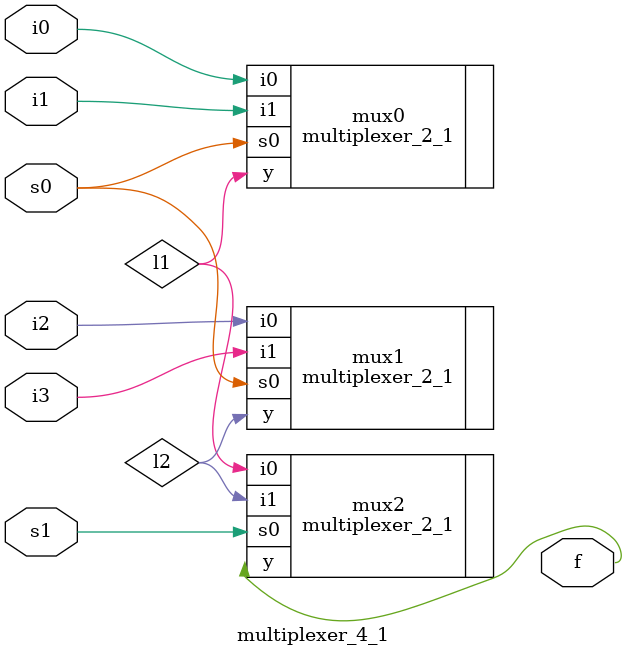
<source format=v>
module multiplexer_4_1 (
    input wire i0,        // in operand i0
    input wire i1,        // in operand i1
    input wire i2,        // in operand i2
    input wire i3,        // in operand i3
    input wire s0,        // in select line s0
    input wire s1,        // in select line s1
    
    output wire f         // out f
);

    wire l1, l2;

    multiplexer_2_1 mux0 (
        .i0(i0),
        .i1(i1),
        .s0(s0),
        .y(l1)
    ); // Module

    multiplexer_2_1 mux1 (
        .i0(i2),
        .i1(i3),
        .s0(s0),
        .y(l2)
    ); // Module

    multiplexer_2_1 mux2 (
        .i0(l1),
        .i1(l2),
        .s0(s1),
        .y(f)
    ); // Module

endmodule

// Testbench
/*
module multiplexer_4_1_tb;
    reg i0, i1, i2, i3, s0, s1;
    wire f;

    multiplexer_4_1 uut(
        .i0(i0),
        .i1(i1),
        .i2(i2),
        .i3(i3),
        .s0(s0),
        .s1(s1),
        .f(f)
    );

    initial begin
        $monitor("At time %t, i0 = %b, i1 = %b, i2 = %b, i3 = %b, s0 = %b, s1 = %b, f = %b", 
                 $time, i0, i1, i2, i3, s0, s1, f);
        
        i0 = 0; i1 = 0; i2 = 0; i3 = 0; s0 = 0; s1 = 0; #10;
        i0 = 1; i1 = 0; i2 = 0; i3 = 0; s0 = 0; s1 = 0; #10;
        i0 = 0; i1 = 1; i2 = 0; i3 = 0; s0 = 1; s1 = 0; #10;
        i0 = 0; i1 = 0; i2 = 1; i3 = 0; s0 = 0; s1 = 1; #10;
        i0 = 0; i1 = 0; i2 = 0; i3 = 1; s0 = 1; s1 = 1; #10;
        i0 = 1; i1 = 1; i2 = 1; i3 = 1; s0 = 0; s1 = 0; #10;
        i0 = 1; i1 = 1; i2 = 1; i3 = 1; s0 = 1; s1 = 0; #10;
        i0 = 1; i1 = 1; i2 = 1; i3 = 1; s0 = 0; s1 = 1; #10;
        i0 = 1; i1 = 1; i2 = 1; i3 = 1; s0 = 1; s1 = 1; #10;

        $finish;
    end

endmodule
*/
</source>
